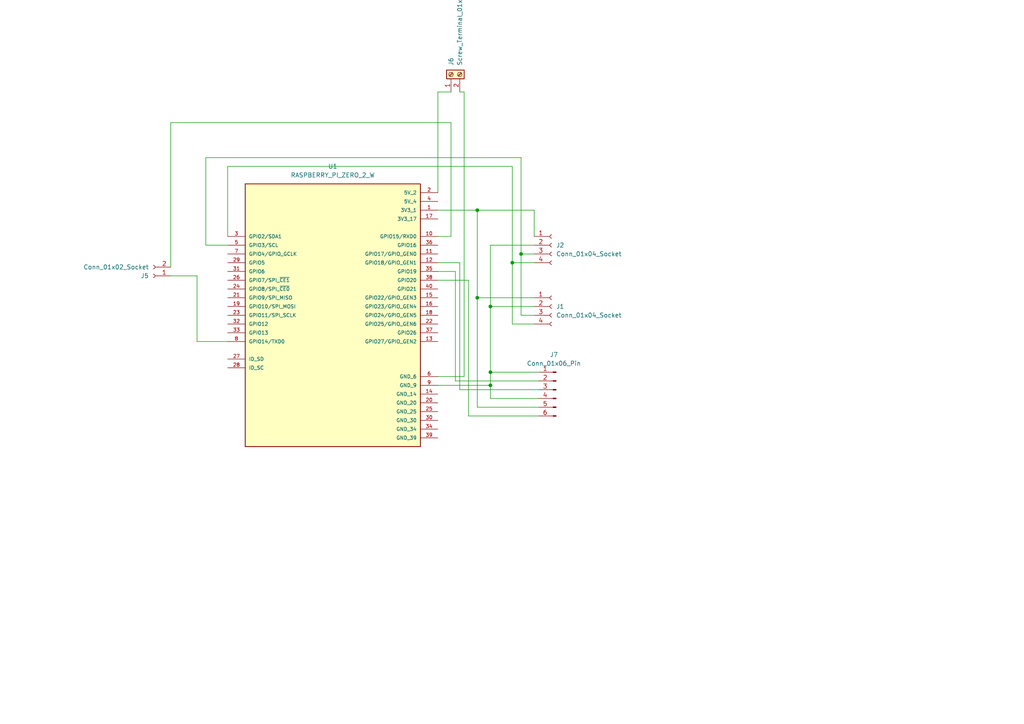
<source format=kicad_sch>
(kicad_sch
	(version 20250114)
	(generator "eeschema")
	(generator_version "9.0")
	(uuid "70a0ea25-c4c7-4ca3-a899-6625b607c0f3")
	(paper "A4")
	(lib_symbols
		(symbol "Connector:Conn_01x02_Socket"
			(pin_names
				(offset 1.016)
				(hide yes)
			)
			(exclude_from_sim no)
			(in_bom yes)
			(on_board yes)
			(property "Reference" "J"
				(at 0 2.54 0)
				(effects
					(font
						(size 1.27 1.27)
					)
				)
			)
			(property "Value" "Conn_01x02_Socket"
				(at 0 -5.08 0)
				(effects
					(font
						(size 1.27 1.27)
					)
				)
			)
			(property "Footprint" ""
				(at 0 0 0)
				(effects
					(font
						(size 1.27 1.27)
					)
					(hide yes)
				)
			)
			(property "Datasheet" "~"
				(at 0 0 0)
				(effects
					(font
						(size 1.27 1.27)
					)
					(hide yes)
				)
			)
			(property "Description" "Generic connector, single row, 01x02, script generated"
				(at 0 0 0)
				(effects
					(font
						(size 1.27 1.27)
					)
					(hide yes)
				)
			)
			(property "ki_locked" ""
				(at 0 0 0)
				(effects
					(font
						(size 1.27 1.27)
					)
				)
			)
			(property "ki_keywords" "connector"
				(at 0 0 0)
				(effects
					(font
						(size 1.27 1.27)
					)
					(hide yes)
				)
			)
			(property "ki_fp_filters" "Connector*:*_1x??_*"
				(at 0 0 0)
				(effects
					(font
						(size 1.27 1.27)
					)
					(hide yes)
				)
			)
			(symbol "Conn_01x02_Socket_1_1"
				(polyline
					(pts
						(xy -1.27 0) (xy -0.508 0)
					)
					(stroke
						(width 0.1524)
						(type default)
					)
					(fill
						(type none)
					)
				)
				(polyline
					(pts
						(xy -1.27 -2.54) (xy -0.508 -2.54)
					)
					(stroke
						(width 0.1524)
						(type default)
					)
					(fill
						(type none)
					)
				)
				(arc
					(start 0 -0.508)
					(mid -0.5058 0)
					(end 0 0.508)
					(stroke
						(width 0.1524)
						(type default)
					)
					(fill
						(type none)
					)
				)
				(arc
					(start 0 -3.048)
					(mid -0.5058 -2.54)
					(end 0 -2.032)
					(stroke
						(width 0.1524)
						(type default)
					)
					(fill
						(type none)
					)
				)
				(pin passive line
					(at -5.08 0 0)
					(length 3.81)
					(name "Pin_1"
						(effects
							(font
								(size 1.27 1.27)
							)
						)
					)
					(number "1"
						(effects
							(font
								(size 1.27 1.27)
							)
						)
					)
				)
				(pin passive line
					(at -5.08 -2.54 0)
					(length 3.81)
					(name "Pin_2"
						(effects
							(font
								(size 1.27 1.27)
							)
						)
					)
					(number "2"
						(effects
							(font
								(size 1.27 1.27)
							)
						)
					)
				)
			)
			(embedded_fonts no)
		)
		(symbol "Connector:Conn_01x04_Socket"
			(pin_names
				(offset 1.016)
				(hide yes)
			)
			(exclude_from_sim no)
			(in_bom yes)
			(on_board yes)
			(property "Reference" "J"
				(at 0 5.08 0)
				(effects
					(font
						(size 1.27 1.27)
					)
				)
			)
			(property "Value" "Conn_01x04_Socket"
				(at 0 -7.62 0)
				(effects
					(font
						(size 1.27 1.27)
					)
				)
			)
			(property "Footprint" ""
				(at 0 0 0)
				(effects
					(font
						(size 1.27 1.27)
					)
					(hide yes)
				)
			)
			(property "Datasheet" "~"
				(at 0 0 0)
				(effects
					(font
						(size 1.27 1.27)
					)
					(hide yes)
				)
			)
			(property "Description" "Generic connector, single row, 01x04, script generated"
				(at 0 0 0)
				(effects
					(font
						(size 1.27 1.27)
					)
					(hide yes)
				)
			)
			(property "ki_locked" ""
				(at 0 0 0)
				(effects
					(font
						(size 1.27 1.27)
					)
				)
			)
			(property "ki_keywords" "connector"
				(at 0 0 0)
				(effects
					(font
						(size 1.27 1.27)
					)
					(hide yes)
				)
			)
			(property "ki_fp_filters" "Connector*:*_1x??_*"
				(at 0 0 0)
				(effects
					(font
						(size 1.27 1.27)
					)
					(hide yes)
				)
			)
			(symbol "Conn_01x04_Socket_1_1"
				(polyline
					(pts
						(xy -1.27 2.54) (xy -0.508 2.54)
					)
					(stroke
						(width 0.1524)
						(type default)
					)
					(fill
						(type none)
					)
				)
				(polyline
					(pts
						(xy -1.27 0) (xy -0.508 0)
					)
					(stroke
						(width 0.1524)
						(type default)
					)
					(fill
						(type none)
					)
				)
				(polyline
					(pts
						(xy -1.27 -2.54) (xy -0.508 -2.54)
					)
					(stroke
						(width 0.1524)
						(type default)
					)
					(fill
						(type none)
					)
				)
				(polyline
					(pts
						(xy -1.27 -5.08) (xy -0.508 -5.08)
					)
					(stroke
						(width 0.1524)
						(type default)
					)
					(fill
						(type none)
					)
				)
				(arc
					(start 0 2.032)
					(mid -0.5058 2.54)
					(end 0 3.048)
					(stroke
						(width 0.1524)
						(type default)
					)
					(fill
						(type none)
					)
				)
				(arc
					(start 0 -0.508)
					(mid -0.5058 0)
					(end 0 0.508)
					(stroke
						(width 0.1524)
						(type default)
					)
					(fill
						(type none)
					)
				)
				(arc
					(start 0 -3.048)
					(mid -0.5058 -2.54)
					(end 0 -2.032)
					(stroke
						(width 0.1524)
						(type default)
					)
					(fill
						(type none)
					)
				)
				(arc
					(start 0 -5.588)
					(mid -0.5058 -5.08)
					(end 0 -4.572)
					(stroke
						(width 0.1524)
						(type default)
					)
					(fill
						(type none)
					)
				)
				(pin passive line
					(at -5.08 2.54 0)
					(length 3.81)
					(name "Pin_1"
						(effects
							(font
								(size 1.27 1.27)
							)
						)
					)
					(number "1"
						(effects
							(font
								(size 1.27 1.27)
							)
						)
					)
				)
				(pin passive line
					(at -5.08 0 0)
					(length 3.81)
					(name "Pin_2"
						(effects
							(font
								(size 1.27 1.27)
							)
						)
					)
					(number "2"
						(effects
							(font
								(size 1.27 1.27)
							)
						)
					)
				)
				(pin passive line
					(at -5.08 -2.54 0)
					(length 3.81)
					(name "Pin_3"
						(effects
							(font
								(size 1.27 1.27)
							)
						)
					)
					(number "3"
						(effects
							(font
								(size 1.27 1.27)
							)
						)
					)
				)
				(pin passive line
					(at -5.08 -5.08 0)
					(length 3.81)
					(name "Pin_4"
						(effects
							(font
								(size 1.27 1.27)
							)
						)
					)
					(number "4"
						(effects
							(font
								(size 1.27 1.27)
							)
						)
					)
				)
			)
			(embedded_fonts no)
		)
		(symbol "Connector:Conn_01x06_Pin"
			(pin_names
				(offset 1.016)
				(hide yes)
			)
			(exclude_from_sim no)
			(in_bom yes)
			(on_board yes)
			(property "Reference" "J"
				(at 0 7.62 0)
				(effects
					(font
						(size 1.27 1.27)
					)
				)
			)
			(property "Value" "Conn_01x06_Pin"
				(at 0 -10.16 0)
				(effects
					(font
						(size 1.27 1.27)
					)
				)
			)
			(property "Footprint" ""
				(at 0 0 0)
				(effects
					(font
						(size 1.27 1.27)
					)
					(hide yes)
				)
			)
			(property "Datasheet" "~"
				(at 0 0 0)
				(effects
					(font
						(size 1.27 1.27)
					)
					(hide yes)
				)
			)
			(property "Description" "Generic connector, single row, 01x06, script generated"
				(at 0 0 0)
				(effects
					(font
						(size 1.27 1.27)
					)
					(hide yes)
				)
			)
			(property "ki_locked" ""
				(at 0 0 0)
				(effects
					(font
						(size 1.27 1.27)
					)
				)
			)
			(property "ki_keywords" "connector"
				(at 0 0 0)
				(effects
					(font
						(size 1.27 1.27)
					)
					(hide yes)
				)
			)
			(property "ki_fp_filters" "Connector*:*_1x??_*"
				(at 0 0 0)
				(effects
					(font
						(size 1.27 1.27)
					)
					(hide yes)
				)
			)
			(symbol "Conn_01x06_Pin_1_1"
				(rectangle
					(start 0.8636 5.207)
					(end 0 4.953)
					(stroke
						(width 0.1524)
						(type default)
					)
					(fill
						(type outline)
					)
				)
				(rectangle
					(start 0.8636 2.667)
					(end 0 2.413)
					(stroke
						(width 0.1524)
						(type default)
					)
					(fill
						(type outline)
					)
				)
				(rectangle
					(start 0.8636 0.127)
					(end 0 -0.127)
					(stroke
						(width 0.1524)
						(type default)
					)
					(fill
						(type outline)
					)
				)
				(rectangle
					(start 0.8636 -2.413)
					(end 0 -2.667)
					(stroke
						(width 0.1524)
						(type default)
					)
					(fill
						(type outline)
					)
				)
				(rectangle
					(start 0.8636 -4.953)
					(end 0 -5.207)
					(stroke
						(width 0.1524)
						(type default)
					)
					(fill
						(type outline)
					)
				)
				(rectangle
					(start 0.8636 -7.493)
					(end 0 -7.747)
					(stroke
						(width 0.1524)
						(type default)
					)
					(fill
						(type outline)
					)
				)
				(polyline
					(pts
						(xy 1.27 5.08) (xy 0.8636 5.08)
					)
					(stroke
						(width 0.1524)
						(type default)
					)
					(fill
						(type none)
					)
				)
				(polyline
					(pts
						(xy 1.27 2.54) (xy 0.8636 2.54)
					)
					(stroke
						(width 0.1524)
						(type default)
					)
					(fill
						(type none)
					)
				)
				(polyline
					(pts
						(xy 1.27 0) (xy 0.8636 0)
					)
					(stroke
						(width 0.1524)
						(type default)
					)
					(fill
						(type none)
					)
				)
				(polyline
					(pts
						(xy 1.27 -2.54) (xy 0.8636 -2.54)
					)
					(stroke
						(width 0.1524)
						(type default)
					)
					(fill
						(type none)
					)
				)
				(polyline
					(pts
						(xy 1.27 -5.08) (xy 0.8636 -5.08)
					)
					(stroke
						(width 0.1524)
						(type default)
					)
					(fill
						(type none)
					)
				)
				(polyline
					(pts
						(xy 1.27 -7.62) (xy 0.8636 -7.62)
					)
					(stroke
						(width 0.1524)
						(type default)
					)
					(fill
						(type none)
					)
				)
				(pin passive line
					(at 5.08 5.08 180)
					(length 3.81)
					(name "Pin_1"
						(effects
							(font
								(size 1.27 1.27)
							)
						)
					)
					(number "1"
						(effects
							(font
								(size 1.27 1.27)
							)
						)
					)
				)
				(pin passive line
					(at 5.08 2.54 180)
					(length 3.81)
					(name "Pin_2"
						(effects
							(font
								(size 1.27 1.27)
							)
						)
					)
					(number "2"
						(effects
							(font
								(size 1.27 1.27)
							)
						)
					)
				)
				(pin passive line
					(at 5.08 0 180)
					(length 3.81)
					(name "Pin_3"
						(effects
							(font
								(size 1.27 1.27)
							)
						)
					)
					(number "3"
						(effects
							(font
								(size 1.27 1.27)
							)
						)
					)
				)
				(pin passive line
					(at 5.08 -2.54 180)
					(length 3.81)
					(name "Pin_4"
						(effects
							(font
								(size 1.27 1.27)
							)
						)
					)
					(number "4"
						(effects
							(font
								(size 1.27 1.27)
							)
						)
					)
				)
				(pin passive line
					(at 5.08 -5.08 180)
					(length 3.81)
					(name "Pin_5"
						(effects
							(font
								(size 1.27 1.27)
							)
						)
					)
					(number "5"
						(effects
							(font
								(size 1.27 1.27)
							)
						)
					)
				)
				(pin passive line
					(at 5.08 -7.62 180)
					(length 3.81)
					(name "Pin_6"
						(effects
							(font
								(size 1.27 1.27)
							)
						)
					)
					(number "6"
						(effects
							(font
								(size 1.27 1.27)
							)
						)
					)
				)
			)
			(embedded_fonts no)
		)
		(symbol "Connector:Screw_Terminal_01x02"
			(pin_names
				(offset 1.016)
				(hide yes)
			)
			(exclude_from_sim no)
			(in_bom yes)
			(on_board yes)
			(property "Reference" "J"
				(at 0 2.54 0)
				(effects
					(font
						(size 1.27 1.27)
					)
				)
			)
			(property "Value" "Screw_Terminal_01x02"
				(at 0 -5.08 0)
				(effects
					(font
						(size 1.27 1.27)
					)
				)
			)
			(property "Footprint" ""
				(at 0 0 0)
				(effects
					(font
						(size 1.27 1.27)
					)
					(hide yes)
				)
			)
			(property "Datasheet" "~"
				(at 0 0 0)
				(effects
					(font
						(size 1.27 1.27)
					)
					(hide yes)
				)
			)
			(property "Description" "Generic screw terminal, single row, 01x02, script generated (kicad-library-utils/schlib/autogen/connector/)"
				(at 0 0 0)
				(effects
					(font
						(size 1.27 1.27)
					)
					(hide yes)
				)
			)
			(property "ki_keywords" "screw terminal"
				(at 0 0 0)
				(effects
					(font
						(size 1.27 1.27)
					)
					(hide yes)
				)
			)
			(property "ki_fp_filters" "TerminalBlock*:*"
				(at 0 0 0)
				(effects
					(font
						(size 1.27 1.27)
					)
					(hide yes)
				)
			)
			(symbol "Screw_Terminal_01x02_1_1"
				(rectangle
					(start -1.27 1.27)
					(end 1.27 -3.81)
					(stroke
						(width 0.254)
						(type default)
					)
					(fill
						(type background)
					)
				)
				(polyline
					(pts
						(xy -0.5334 0.3302) (xy 0.3302 -0.508)
					)
					(stroke
						(width 0.1524)
						(type default)
					)
					(fill
						(type none)
					)
				)
				(polyline
					(pts
						(xy -0.5334 -2.2098) (xy 0.3302 -3.048)
					)
					(stroke
						(width 0.1524)
						(type default)
					)
					(fill
						(type none)
					)
				)
				(polyline
					(pts
						(xy -0.3556 0.508) (xy 0.508 -0.3302)
					)
					(stroke
						(width 0.1524)
						(type default)
					)
					(fill
						(type none)
					)
				)
				(polyline
					(pts
						(xy -0.3556 -2.032) (xy 0.508 -2.8702)
					)
					(stroke
						(width 0.1524)
						(type default)
					)
					(fill
						(type none)
					)
				)
				(circle
					(center 0 0)
					(radius 0.635)
					(stroke
						(width 0.1524)
						(type default)
					)
					(fill
						(type none)
					)
				)
				(circle
					(center 0 -2.54)
					(radius 0.635)
					(stroke
						(width 0.1524)
						(type default)
					)
					(fill
						(type none)
					)
				)
				(pin passive line
					(at -5.08 0 0)
					(length 3.81)
					(name "Pin_1"
						(effects
							(font
								(size 1.27 1.27)
							)
						)
					)
					(number "1"
						(effects
							(font
								(size 1.27 1.27)
							)
						)
					)
				)
				(pin passive line
					(at -5.08 -2.54 0)
					(length 3.81)
					(name "Pin_2"
						(effects
							(font
								(size 1.27 1.27)
							)
						)
					)
					(number "2"
						(effects
							(font
								(size 1.27 1.27)
							)
						)
					)
				)
			)
			(embedded_fonts no)
		)
		(symbol "RASPBERRY_PI_ZERO_2_W:RASPBERRY_PI_ZERO_2_W"
			(pin_names
				(offset 1.016)
			)
			(exclude_from_sim no)
			(in_bom yes)
			(on_board yes)
			(property "Reference" "U"
				(at -25.42 39.3962 0)
				(effects
					(font
						(size 1.27 1.27)
					)
					(justify left bottom)
				)
			)
			(property "Value" "RASPBERRY_PI_ZERO_2_W"
				(at -25.4191 -40.6687 0)
				(effects
					(font
						(size 1.27 1.27)
					)
					(justify left bottom)
				)
			)
			(property "Footprint" "RASPBERRY_PI_ZERO_2_W:MODULE_RASPBERRY_PI_ZERO_2_W"
				(at 0 0 0)
				(effects
					(font
						(size 1.27 1.27)
					)
					(justify bottom)
					(hide yes)
				)
			)
			(property "Datasheet" ""
				(at 0 0 0)
				(effects
					(font
						(size 1.27 1.27)
					)
					(hide yes)
				)
			)
			(property "Description" ""
				(at 0 0 0)
				(effects
					(font
						(size 1.27 1.27)
					)
					(hide yes)
				)
			)
			(property "MF" "Raspberry Pi"
				(at 0 0 0)
				(effects
					(font
						(size 1.27 1.27)
					)
					(justify bottom)
					(hide yes)
				)
			)
			(property "Description_1" "At the heart of Raspberry Pi Zero 2 W is RP3A0, a custom-built system-in-package designed by Raspberry Pi in the UK."
				(at 0 0 0)
				(effects
					(font
						(size 1.27 1.27)
					)
					(justify bottom)
					(hide yes)
				)
			)
			(property "Package" "None"
				(at 0 0 0)
				(effects
					(font
						(size 1.27 1.27)
					)
					(justify bottom)
					(hide yes)
				)
			)
			(property "Price" "None"
				(at 0 0 0)
				(effects
					(font
						(size 1.27 1.27)
					)
					(justify bottom)
					(hide yes)
				)
			)
			(property "Check_prices" "https://www.snapeda.com/parts/RASPBERRY%20PI%20ZERO%202%20W/Raspberry+Pi/view-part/?ref=eda"
				(at 0 0 0)
				(effects
					(font
						(size 1.27 1.27)
					)
					(justify bottom)
					(hide yes)
				)
			)
			(property "STANDARD" "Manufacturer Recommendations"
				(at 0 0 0)
				(effects
					(font
						(size 1.27 1.27)
					)
					(justify bottom)
					(hide yes)
				)
			)
			(property "PARTREV" "April 2024"
				(at 0 0 0)
				(effects
					(font
						(size 1.27 1.27)
					)
					(justify bottom)
					(hide yes)
				)
			)
			(property "SnapEDA_Link" "https://www.snapeda.com/parts/RASPBERRY%20PI%20ZERO%202%20W/Raspberry+Pi/view-part/?ref=snap"
				(at 0 0 0)
				(effects
					(font
						(size 1.27 1.27)
					)
					(justify bottom)
					(hide yes)
				)
			)
			(property "MP" "RASPBERRY PI ZERO 2 W"
				(at 0 0 0)
				(effects
					(font
						(size 1.27 1.27)
					)
					(justify bottom)
					(hide yes)
				)
			)
			(property "Availability" "In Stock"
				(at 0 0 0)
				(effects
					(font
						(size 1.27 1.27)
					)
					(justify bottom)
					(hide yes)
				)
			)
			(property "MANUFACTURER" "Raspberry Pi"
				(at 0 0 0)
				(effects
					(font
						(size 1.27 1.27)
					)
					(justify bottom)
					(hide yes)
				)
			)
			(symbol "RASPBERRY_PI_ZERO_2_W_0_0"
				(rectangle
					(start -25.4 -38.1)
					(end 25.4 38.1)
					(stroke
						(width 0.254)
						(type default)
					)
					(fill
						(type background)
					)
				)
				(pin bidirectional line
					(at -30.48 22.86 0)
					(length 5.08)
					(name "GPIO2/SDA1"
						(effects
							(font
								(size 1.016 1.016)
							)
						)
					)
					(number "3"
						(effects
							(font
								(size 1.016 1.016)
							)
						)
					)
				)
				(pin bidirectional line
					(at -30.48 20.32 0)
					(length 5.08)
					(name "GPIO3/SCL"
						(effects
							(font
								(size 1.016 1.016)
							)
						)
					)
					(number "5"
						(effects
							(font
								(size 1.016 1.016)
							)
						)
					)
				)
				(pin bidirectional line
					(at -30.48 17.78 0)
					(length 5.08)
					(name "GPIO4/GPIO_GCLK"
						(effects
							(font
								(size 1.016 1.016)
							)
						)
					)
					(number "7"
						(effects
							(font
								(size 1.016 1.016)
							)
						)
					)
				)
				(pin bidirectional line
					(at -30.48 15.24 0)
					(length 5.08)
					(name "GPIO5"
						(effects
							(font
								(size 1.016 1.016)
							)
						)
					)
					(number "29"
						(effects
							(font
								(size 1.016 1.016)
							)
						)
					)
				)
				(pin bidirectional line
					(at -30.48 12.7 0)
					(length 5.08)
					(name "GPIO6"
						(effects
							(font
								(size 1.016 1.016)
							)
						)
					)
					(number "31"
						(effects
							(font
								(size 1.016 1.016)
							)
						)
					)
				)
				(pin bidirectional line
					(at -30.48 10.16 0)
					(length 5.08)
					(name "GPIO7/SPI_~{CE1}"
						(effects
							(font
								(size 1.016 1.016)
							)
						)
					)
					(number "26"
						(effects
							(font
								(size 1.016 1.016)
							)
						)
					)
				)
				(pin bidirectional line
					(at -30.48 7.62 0)
					(length 5.08)
					(name "GPIO8/SPI_~{CE0}"
						(effects
							(font
								(size 1.016 1.016)
							)
						)
					)
					(number "24"
						(effects
							(font
								(size 1.016 1.016)
							)
						)
					)
				)
				(pin bidirectional line
					(at -30.48 5.08 0)
					(length 5.08)
					(name "GPIO9/SPI_MISO"
						(effects
							(font
								(size 1.016 1.016)
							)
						)
					)
					(number "21"
						(effects
							(font
								(size 1.016 1.016)
							)
						)
					)
				)
				(pin bidirectional line
					(at -30.48 2.54 0)
					(length 5.08)
					(name "GPIO10/SPI_MOSI"
						(effects
							(font
								(size 1.016 1.016)
							)
						)
					)
					(number "19"
						(effects
							(font
								(size 1.016 1.016)
							)
						)
					)
				)
				(pin bidirectional line
					(at -30.48 0 0)
					(length 5.08)
					(name "GPIO11/SPI_SCLK"
						(effects
							(font
								(size 1.016 1.016)
							)
						)
					)
					(number "23"
						(effects
							(font
								(size 1.016 1.016)
							)
						)
					)
				)
				(pin bidirectional line
					(at -30.48 -2.54 0)
					(length 5.08)
					(name "GPIO12"
						(effects
							(font
								(size 1.016 1.016)
							)
						)
					)
					(number "32"
						(effects
							(font
								(size 1.016 1.016)
							)
						)
					)
				)
				(pin bidirectional line
					(at -30.48 -5.08 0)
					(length 5.08)
					(name "GPIO13"
						(effects
							(font
								(size 1.016 1.016)
							)
						)
					)
					(number "33"
						(effects
							(font
								(size 1.016 1.016)
							)
						)
					)
				)
				(pin bidirectional line
					(at -30.48 -7.62 0)
					(length 5.08)
					(name "GPIO14/TXD0"
						(effects
							(font
								(size 1.016 1.016)
							)
						)
					)
					(number "8"
						(effects
							(font
								(size 1.016 1.016)
							)
						)
					)
				)
				(pin bidirectional line
					(at -30.48 -12.7 0)
					(length 5.08)
					(name "ID_SD"
						(effects
							(font
								(size 1.016 1.016)
							)
						)
					)
					(number "27"
						(effects
							(font
								(size 1.016 1.016)
							)
						)
					)
				)
				(pin bidirectional line
					(at -30.48 -15.24 0)
					(length 5.08)
					(name "ID_SC"
						(effects
							(font
								(size 1.016 1.016)
							)
						)
					)
					(number "28"
						(effects
							(font
								(size 1.016 1.016)
							)
						)
					)
				)
				(pin power_in line
					(at 30.48 35.56 180)
					(length 5.08)
					(name "5V_2"
						(effects
							(font
								(size 1.016 1.016)
							)
						)
					)
					(number "2"
						(effects
							(font
								(size 1.016 1.016)
							)
						)
					)
				)
				(pin power_in line
					(at 30.48 33.02 180)
					(length 5.08)
					(name "5V_4"
						(effects
							(font
								(size 1.016 1.016)
							)
						)
					)
					(number "4"
						(effects
							(font
								(size 1.016 1.016)
							)
						)
					)
				)
				(pin power_in line
					(at 30.48 30.48 180)
					(length 5.08)
					(name "3V3_1"
						(effects
							(font
								(size 1.016 1.016)
							)
						)
					)
					(number "1"
						(effects
							(font
								(size 1.016 1.016)
							)
						)
					)
				)
				(pin power_in line
					(at 30.48 27.94 180)
					(length 5.08)
					(name "3V3_17"
						(effects
							(font
								(size 1.016 1.016)
							)
						)
					)
					(number "17"
						(effects
							(font
								(size 1.016 1.016)
							)
						)
					)
				)
				(pin bidirectional line
					(at 30.48 22.86 180)
					(length 5.08)
					(name "GPIO15/RXD0"
						(effects
							(font
								(size 1.016 1.016)
							)
						)
					)
					(number "10"
						(effects
							(font
								(size 1.016 1.016)
							)
						)
					)
				)
				(pin bidirectional line
					(at 30.48 20.32 180)
					(length 5.08)
					(name "GPIO16"
						(effects
							(font
								(size 1.016 1.016)
							)
						)
					)
					(number "36"
						(effects
							(font
								(size 1.016 1.016)
							)
						)
					)
				)
				(pin bidirectional line
					(at 30.48 17.78 180)
					(length 5.08)
					(name "GPIO17/GPIO_GEN0"
						(effects
							(font
								(size 1.016 1.016)
							)
						)
					)
					(number "11"
						(effects
							(font
								(size 1.016 1.016)
							)
						)
					)
				)
				(pin bidirectional line
					(at 30.48 15.24 180)
					(length 5.08)
					(name "GPIO18/GPIO_GEN1"
						(effects
							(font
								(size 1.016 1.016)
							)
						)
					)
					(number "12"
						(effects
							(font
								(size 1.016 1.016)
							)
						)
					)
				)
				(pin bidirectional line
					(at 30.48 12.7 180)
					(length 5.08)
					(name "GPIO19"
						(effects
							(font
								(size 1.016 1.016)
							)
						)
					)
					(number "35"
						(effects
							(font
								(size 1.016 1.016)
							)
						)
					)
				)
				(pin bidirectional line
					(at 30.48 10.16 180)
					(length 5.08)
					(name "GPIO20"
						(effects
							(font
								(size 1.016 1.016)
							)
						)
					)
					(number "38"
						(effects
							(font
								(size 1.016 1.016)
							)
						)
					)
				)
				(pin bidirectional line
					(at 30.48 7.62 180)
					(length 5.08)
					(name "GPIO21"
						(effects
							(font
								(size 1.016 1.016)
							)
						)
					)
					(number "40"
						(effects
							(font
								(size 1.016 1.016)
							)
						)
					)
				)
				(pin bidirectional line
					(at 30.48 5.08 180)
					(length 5.08)
					(name "GPIO22/GPIO_GEN3"
						(effects
							(font
								(size 1.016 1.016)
							)
						)
					)
					(number "15"
						(effects
							(font
								(size 1.016 1.016)
							)
						)
					)
				)
				(pin bidirectional line
					(at 30.48 2.54 180)
					(length 5.08)
					(name "GPIO23/GPIO_GEN4"
						(effects
							(font
								(size 1.016 1.016)
							)
						)
					)
					(number "16"
						(effects
							(font
								(size 1.016 1.016)
							)
						)
					)
				)
				(pin bidirectional line
					(at 30.48 0 180)
					(length 5.08)
					(name "GPIO24/GPIO_GEN5"
						(effects
							(font
								(size 1.016 1.016)
							)
						)
					)
					(number "18"
						(effects
							(font
								(size 1.016 1.016)
							)
						)
					)
				)
				(pin bidirectional line
					(at 30.48 -2.54 180)
					(length 5.08)
					(name "GPIO25/GPIO_GEN6"
						(effects
							(font
								(size 1.016 1.016)
							)
						)
					)
					(number "22"
						(effects
							(font
								(size 1.016 1.016)
							)
						)
					)
				)
				(pin bidirectional line
					(at 30.48 -5.08 180)
					(length 5.08)
					(name "GPIO26"
						(effects
							(font
								(size 1.016 1.016)
							)
						)
					)
					(number "37"
						(effects
							(font
								(size 1.016 1.016)
							)
						)
					)
				)
				(pin bidirectional line
					(at 30.48 -7.62 180)
					(length 5.08)
					(name "GPIO27/GPIO_GEN2"
						(effects
							(font
								(size 1.016 1.016)
							)
						)
					)
					(number "13"
						(effects
							(font
								(size 1.016 1.016)
							)
						)
					)
				)
				(pin power_in line
					(at 30.48 -17.78 180)
					(length 5.08)
					(name "GND_6"
						(effects
							(font
								(size 1.016 1.016)
							)
						)
					)
					(number "6"
						(effects
							(font
								(size 1.016 1.016)
							)
						)
					)
				)
				(pin power_in line
					(at 30.48 -20.32 180)
					(length 5.08)
					(name "GND_9"
						(effects
							(font
								(size 1.016 1.016)
							)
						)
					)
					(number "9"
						(effects
							(font
								(size 1.016 1.016)
							)
						)
					)
				)
				(pin power_in line
					(at 30.48 -22.86 180)
					(length 5.08)
					(name "GND_14"
						(effects
							(font
								(size 1.016 1.016)
							)
						)
					)
					(number "14"
						(effects
							(font
								(size 1.016 1.016)
							)
						)
					)
				)
				(pin power_in line
					(at 30.48 -25.4 180)
					(length 5.08)
					(name "GND_20"
						(effects
							(font
								(size 1.016 1.016)
							)
						)
					)
					(number "20"
						(effects
							(font
								(size 1.016 1.016)
							)
						)
					)
				)
				(pin power_in line
					(at 30.48 -27.94 180)
					(length 5.08)
					(name "GND_25"
						(effects
							(font
								(size 1.016 1.016)
							)
						)
					)
					(number "25"
						(effects
							(font
								(size 1.016 1.016)
							)
						)
					)
				)
				(pin power_in line
					(at 30.48 -30.48 180)
					(length 5.08)
					(name "GND_30"
						(effects
							(font
								(size 1.016 1.016)
							)
						)
					)
					(number "30"
						(effects
							(font
								(size 1.016 1.016)
							)
						)
					)
				)
				(pin power_in line
					(at 30.48 -33.02 180)
					(length 5.08)
					(name "GND_34"
						(effects
							(font
								(size 1.016 1.016)
							)
						)
					)
					(number "34"
						(effects
							(font
								(size 1.016 1.016)
							)
						)
					)
				)
				(pin power_in line
					(at 30.48 -35.56 180)
					(length 5.08)
					(name "GND_39"
						(effects
							(font
								(size 1.016 1.016)
							)
						)
					)
					(number "39"
						(effects
							(font
								(size 1.016 1.016)
							)
						)
					)
				)
			)
			(embedded_fonts no)
		)
	)
	(junction
		(at 151.13 73.66)
		(diameter 0)
		(color 0 0 0 0)
		(uuid "164774c8-754e-4d77-85c8-c5cf9ae5f8d2")
	)
	(junction
		(at 138.43 86.36)
		(diameter 0)
		(color 0 0 0 0)
		(uuid "28b5eda9-a8f3-4605-a730-4f144a0ed853")
	)
	(junction
		(at 142.24 111.76)
		(diameter 0)
		(color 0 0 0 0)
		(uuid "29777200-6a85-44d8-9b6d-26a400ade164")
	)
	(junction
		(at 138.43 60.96)
		(diameter 0)
		(color 0 0 0 0)
		(uuid "729a9067-dcac-4a84-afd1-7884af32836f")
	)
	(junction
		(at 142.24 107.95)
		(diameter 0)
		(color 0 0 0 0)
		(uuid "75ab7fc2-4a61-4432-b853-bbc519a68a42")
	)
	(junction
		(at 148.59 76.2)
		(diameter 0)
		(color 0 0 0 0)
		(uuid "7c0b8ff8-ef6e-47a9-9b06-eb221df71015")
	)
	(junction
		(at 142.24 88.9)
		(diameter 0)
		(color 0 0 0 0)
		(uuid "9be55b46-62bb-4736-ad32-09c8dc056ac2")
	)
	(wire
		(pts
			(xy 134.62 26.67) (xy 134.62 109.22)
		)
		(stroke
			(width 0)
			(type default)
		)
		(uuid "01ca363d-619d-4858-8e9a-1032e7788941")
	)
	(wire
		(pts
			(xy 130.81 26.67) (xy 127 26.67)
		)
		(stroke
			(width 0)
			(type default)
		)
		(uuid "033b4238-4d70-45bb-b905-e8617bce26dd")
	)
	(wire
		(pts
			(xy 127 26.67) (xy 127 55.88)
		)
		(stroke
			(width 0)
			(type default)
		)
		(uuid "0484ad9b-b09d-43b3-9982-458955d34300")
	)
	(wire
		(pts
			(xy 66.04 68.58) (xy 66.04 48.26)
		)
		(stroke
			(width 0)
			(type default)
		)
		(uuid "0a86cd7c-ebe4-4ffd-a692-0289f2bb0ac1")
	)
	(wire
		(pts
			(xy 138.43 86.36) (xy 138.43 60.96)
		)
		(stroke
			(width 0)
			(type default)
		)
		(uuid "0aad4942-ed04-4b18-8940-3d286836abb9")
	)
	(wire
		(pts
			(xy 148.59 76.2) (xy 154.94 76.2)
		)
		(stroke
			(width 0)
			(type default)
		)
		(uuid "0f4679fb-d92d-49d2-a408-7a41be57c257")
	)
	(wire
		(pts
			(xy 154.94 93.98) (xy 148.59 93.98)
		)
		(stroke
			(width 0)
			(type default)
		)
		(uuid "0f4e64c1-e24e-43b0-97f6-88b5a885d000")
	)
	(wire
		(pts
			(xy 154.94 60.96) (xy 154.94 68.58)
		)
		(stroke
			(width 0)
			(type default)
		)
		(uuid "1d298611-4153-4483-a58d-3ae800992f68")
	)
	(wire
		(pts
			(xy 148.59 48.26) (xy 148.59 76.2)
		)
		(stroke
			(width 0)
			(type default)
		)
		(uuid "20409a11-086f-4832-8169-b95536716521")
	)
	(wire
		(pts
			(xy 142.24 71.12) (xy 154.94 71.12)
		)
		(stroke
			(width 0)
			(type default)
		)
		(uuid "24217f82-e3dc-41ab-a1a4-05fea2b5bd19")
	)
	(wire
		(pts
			(xy 156.21 115.57) (xy 142.24 115.57)
		)
		(stroke
			(width 0)
			(type default)
		)
		(uuid "2663ff45-42ac-49fa-b943-a8f69796047c")
	)
	(wire
		(pts
			(xy 57.15 99.06) (xy 66.04 99.06)
		)
		(stroke
			(width 0)
			(type default)
		)
		(uuid "3b55ea1c-1e58-4600-99d6-668de2bdb646")
	)
	(wire
		(pts
			(xy 156.21 110.49) (xy 132.08 110.49)
		)
		(stroke
			(width 0)
			(type default)
		)
		(uuid "3df05607-e50b-446c-808c-eb28f03a46c1")
	)
	(wire
		(pts
			(xy 134.62 109.22) (xy 127 109.22)
		)
		(stroke
			(width 0)
			(type default)
		)
		(uuid "4774223f-1b6f-45c9-b5f1-290331bafc9a")
	)
	(wire
		(pts
			(xy 142.24 107.95) (xy 142.24 111.76)
		)
		(stroke
			(width 0)
			(type default)
		)
		(uuid "48410c3d-89c6-41ae-b38b-67a0eaeb85e0")
	)
	(wire
		(pts
			(xy 142.24 88.9) (xy 142.24 71.12)
		)
		(stroke
			(width 0)
			(type default)
		)
		(uuid "4dca4c90-1ac2-4794-89a6-19f31d691cf3")
	)
	(wire
		(pts
			(xy 142.24 107.95) (xy 156.21 107.95)
		)
		(stroke
			(width 0)
			(type default)
		)
		(uuid "53b758e6-3fab-4684-a9e3-d77d5406fe6b")
	)
	(wire
		(pts
			(xy 151.13 91.44) (xy 151.13 73.66)
		)
		(stroke
			(width 0)
			(type default)
		)
		(uuid "5ceb0e0b-3d6b-4355-bf74-95c37195fc84")
	)
	(wire
		(pts
			(xy 151.13 73.66) (xy 154.94 73.66)
		)
		(stroke
			(width 0)
			(type default)
		)
		(uuid "5cfdb235-eeb5-4ff5-8efd-2dd9becca02c")
	)
	(wire
		(pts
			(xy 57.15 80.01) (xy 57.15 99.06)
		)
		(stroke
			(width 0)
			(type default)
		)
		(uuid "5fe0f31a-08b0-4b41-bc1a-4818b4bb6ce7")
	)
	(wire
		(pts
			(xy 142.24 111.76) (xy 142.24 115.57)
		)
		(stroke
			(width 0)
			(type default)
		)
		(uuid "600003b5-f8bd-4003-aa0d-0c76d1151b1e")
	)
	(wire
		(pts
			(xy 156.21 113.03) (xy 133.35 113.03)
		)
		(stroke
			(width 0)
			(type default)
		)
		(uuid "68b0dd5b-5769-4e5f-a757-b9eb4d069ecc")
	)
	(wire
		(pts
			(xy 49.53 80.01) (xy 57.15 80.01)
		)
		(stroke
			(width 0)
			(type default)
		)
		(uuid "6966e927-2de6-4b72-bc9f-ec4302c90d5a")
	)
	(wire
		(pts
			(xy 142.24 107.95) (xy 142.24 88.9)
		)
		(stroke
			(width 0)
			(type default)
		)
		(uuid "6a3e5aa6-567f-4cd9-97e3-1d926aa3f21a")
	)
	(wire
		(pts
			(xy 138.43 118.11) (xy 138.43 86.36)
		)
		(stroke
			(width 0)
			(type default)
		)
		(uuid "7008c328-e257-4e59-805b-8e45e2fdf561")
	)
	(wire
		(pts
			(xy 154.94 91.44) (xy 151.13 91.44)
		)
		(stroke
			(width 0)
			(type default)
		)
		(uuid "7014edf7-3e4b-4829-9673-e7df79523b02")
	)
	(wire
		(pts
			(xy 66.04 71.12) (xy 59.69 71.12)
		)
		(stroke
			(width 0)
			(type default)
		)
		(uuid "76b0a8d7-40c0-40c0-b274-851791167326")
	)
	(wire
		(pts
			(xy 127 76.2) (xy 133.35 76.2)
		)
		(stroke
			(width 0)
			(type default)
		)
		(uuid "8feeeffd-e5fb-4b88-ab25-0c6deded934d")
	)
	(wire
		(pts
			(xy 130.81 35.56) (xy 49.53 35.56)
		)
		(stroke
			(width 0)
			(type default)
		)
		(uuid "9726d510-e5fe-403b-9364-1121b7405341")
	)
	(wire
		(pts
			(xy 130.81 68.58) (xy 130.81 35.56)
		)
		(stroke
			(width 0)
			(type default)
		)
		(uuid "a5541362-b010-4e8b-8831-2ea413b326b1")
	)
	(wire
		(pts
			(xy 133.35 113.03) (xy 133.35 76.2)
		)
		(stroke
			(width 0)
			(type default)
		)
		(uuid "a6b3ac54-08b3-4784-a649-dc6cd47a51e4")
	)
	(wire
		(pts
			(xy 132.08 78.74) (xy 127 78.74)
		)
		(stroke
			(width 0)
			(type default)
		)
		(uuid "ae9ce25f-cdd3-4137-8c99-a6e1c6e41e92")
	)
	(wire
		(pts
			(xy 142.24 88.9) (xy 154.94 88.9)
		)
		(stroke
			(width 0)
			(type default)
		)
		(uuid "b33d298b-2f32-42c8-bc4f-5a1f5dafe521")
	)
	(wire
		(pts
			(xy 135.89 120.65) (xy 135.89 81.28)
		)
		(stroke
			(width 0)
			(type default)
		)
		(uuid "b3997bc6-78b5-4ff7-a63d-a30bd94b9a29")
	)
	(wire
		(pts
			(xy 148.59 93.98) (xy 148.59 76.2)
		)
		(stroke
			(width 0)
			(type default)
		)
		(uuid "bf6684bb-3144-4c25-a880-ed3d39409693")
	)
	(wire
		(pts
			(xy 133.35 26.67) (xy 134.62 26.67)
		)
		(stroke
			(width 0)
			(type default)
		)
		(uuid "c1f32639-aba1-46ca-bcf5-6e399ae3687b")
	)
	(wire
		(pts
			(xy 66.04 48.26) (xy 148.59 48.26)
		)
		(stroke
			(width 0)
			(type default)
		)
		(uuid "ca0a0895-4004-4f9b-a5ba-d2c31ab1bc39")
	)
	(wire
		(pts
			(xy 127 111.76) (xy 142.24 111.76)
		)
		(stroke
			(width 0)
			(type default)
		)
		(uuid "d13e776c-4b82-47b8-b460-cc694d5e4faf")
	)
	(wire
		(pts
			(xy 132.08 78.74) (xy 132.08 110.49)
		)
		(stroke
			(width 0)
			(type default)
		)
		(uuid "d3da730c-a49f-4893-9646-e993b4111dd5")
	)
	(wire
		(pts
			(xy 127 60.96) (xy 138.43 60.96)
		)
		(stroke
			(width 0)
			(type default)
		)
		(uuid "dc7988d8-2b66-4d9f-b741-ae0173c0cb5b")
	)
	(wire
		(pts
			(xy 151.13 45.72) (xy 151.13 73.66)
		)
		(stroke
			(width 0)
			(type default)
		)
		(uuid "eae964a1-0edb-4212-8e38-0b56b634d82d")
	)
	(wire
		(pts
			(xy 154.94 86.36) (xy 138.43 86.36)
		)
		(stroke
			(width 0)
			(type default)
		)
		(uuid "eb1adf48-bfbe-4344-b1b6-a9578c7f89bf")
	)
	(wire
		(pts
			(xy 156.21 120.65) (xy 135.89 120.65)
		)
		(stroke
			(width 0)
			(type default)
		)
		(uuid "ee80d125-1759-4899-b4f8-487a6f5ce5f7")
	)
	(wire
		(pts
			(xy 127 81.28) (xy 135.89 81.28)
		)
		(stroke
			(width 0)
			(type default)
		)
		(uuid "f01ec01c-28ec-4acb-bff0-bf2c227a8106")
	)
	(wire
		(pts
			(xy 59.69 71.12) (xy 59.69 45.72)
		)
		(stroke
			(width 0)
			(type default)
		)
		(uuid "f3eaa039-4b57-44ee-ab7a-4873421a33e6")
	)
	(wire
		(pts
			(xy 59.69 45.72) (xy 151.13 45.72)
		)
		(stroke
			(width 0)
			(type default)
		)
		(uuid "f46a5043-9c44-4c0f-b1fe-9b96a76b4b9a")
	)
	(wire
		(pts
			(xy 156.21 118.11) (xy 138.43 118.11)
		)
		(stroke
			(width 0)
			(type default)
		)
		(uuid "f6fd9bbf-9a28-49b2-b0a9-e0f996b9685a")
	)
	(wire
		(pts
			(xy 49.53 35.56) (xy 49.53 77.47)
		)
		(stroke
			(width 0)
			(type default)
		)
		(uuid "faa91657-2bc2-45f7-83e0-794e9a18eaf5")
	)
	(wire
		(pts
			(xy 138.43 60.96) (xy 154.94 60.96)
		)
		(stroke
			(width 0)
			(type default)
		)
		(uuid "fc1f12a3-108b-4efd-9bfe-19f1d4834a04")
	)
	(wire
		(pts
			(xy 127 68.58) (xy 130.81 68.58)
		)
		(stroke
			(width 0)
			(type default)
		)
		(uuid "fe1973e0-c968-4b05-bfec-bb29b5f146b5")
	)
	(symbol
		(lib_id "RASPBERRY_PI_ZERO_2_W:RASPBERRY_PI_ZERO_2_W")
		(at 96.52 91.44 0)
		(unit 1)
		(exclude_from_sim no)
		(in_bom yes)
		(on_board yes)
		(dnp no)
		(fields_autoplaced yes)
		(uuid "47bfc3b1-5676-40e9-aeb1-7b819bd92854")
		(property "Reference" "U1"
			(at 96.52 48.26 0)
			(effects
				(font
					(size 1.27 1.27)
				)
			)
		)
		(property "Value" "RASPBERRY_PI_ZERO_2_W"
			(at 96.52 50.8 0)
			(effects
				(font
					(size 1.27 1.27)
				)
			)
		)
		(property "Footprint" "RASPBERRY_PI_ZERO_2_W:MODULE_RASPBERRY_PI_ZERO_2_W"
			(at 96.52 91.44 0)
			(effects
				(font
					(size 1.27 1.27)
				)
				(justify bottom)
				(hide yes)
			)
		)
		(property "Datasheet" ""
			(at 96.52 91.44 0)
			(effects
				(font
					(size 1.27 1.27)
				)
				(hide yes)
			)
		)
		(property "Description" ""
			(at 96.52 91.44 0)
			(effects
				(font
					(size 1.27 1.27)
				)
				(hide yes)
			)
		)
		(property "MF" "Raspberry Pi"
			(at 96.52 91.44 0)
			(effects
				(font
					(size 1.27 1.27)
				)
				(justify bottom)
				(hide yes)
			)
		)
		(property "Description_1" "At the heart of Raspberry Pi Zero 2 W is RP3A0, a custom-built system-in-package designed by Raspberry Pi in the UK."
			(at 96.52 91.44 0)
			(effects
				(font
					(size 1.27 1.27)
				)
				(justify bottom)
				(hide yes)
			)
		)
		(property "Package" "None"
			(at 96.52 91.44 0)
			(effects
				(font
					(size 1.27 1.27)
				)
				(justify bottom)
				(hide yes)
			)
		)
		(property "Price" "None"
			(at 96.52 91.44 0)
			(effects
				(font
					(size 1.27 1.27)
				)
				(justify bottom)
				(hide yes)
			)
		)
		(property "Check_prices" "https://www.snapeda.com/parts/RASPBERRY%20PI%20ZERO%202%20W/Raspberry+Pi/view-part/?ref=eda"
			(at 96.52 91.44 0)
			(effects
				(font
					(size 1.27 1.27)
				)
				(justify bottom)
				(hide yes)
			)
		)
		(property "STANDARD" "Manufacturer Recommendations"
			(at 96.52 91.44 0)
			(effects
				(font
					(size 1.27 1.27)
				)
				(justify bottom)
				(hide yes)
			)
		)
		(property "PARTREV" "April 2024"
			(at 96.52 91.44 0)
			(effects
				(font
					(size 1.27 1.27)
				)
				(justify bottom)
				(hide yes)
			)
		)
		(property "SnapEDA_Link" "https://www.snapeda.com/parts/RASPBERRY%20PI%20ZERO%202%20W/Raspberry+Pi/view-part/?ref=snap"
			(at 96.52 91.44 0)
			(effects
				(font
					(size 1.27 1.27)
				)
				(justify bottom)
				(hide yes)
			)
		)
		(property "MP" "RASPBERRY PI ZERO 2 W"
			(at 96.52 91.44 0)
			(effects
				(font
					(size 1.27 1.27)
				)
				(justify bottom)
				(hide yes)
			)
		)
		(property "Availability" "In Stock"
			(at 96.52 91.44 0)
			(effects
				(font
					(size 1.27 1.27)
				)
				(justify bottom)
				(hide yes)
			)
		)
		(property "MANUFACTURER" "Raspberry Pi"
			(at 96.52 91.44 0)
			(effects
				(font
					(size 1.27 1.27)
				)
				(justify bottom)
				(hide yes)
			)
		)
		(pin "31"
			(uuid "bc7c3b3d-9a7e-434f-9070-1e5f1a466b68")
		)
		(pin "23"
			(uuid "7211350d-ef4f-4dd2-887f-d83203237c3b")
		)
		(pin "11"
			(uuid "2b41864d-80f6-4e8f-84a9-a573148a0d5b")
		)
		(pin "3"
			(uuid "75d8bd1f-bee9-4c03-b0a1-0e67b1b300f9")
		)
		(pin "6"
			(uuid "e1999d50-092e-4ea5-8234-19a65c665a0e")
		)
		(pin "40"
			(uuid "b323bf2e-91cf-443e-bf4d-02291e1c4230")
		)
		(pin "7"
			(uuid "7b52b55e-078d-4998-8b6d-68a276ace4a5")
		)
		(pin "32"
			(uuid "415fbebe-0f74-4c00-8d5b-c8e95a051afb")
		)
		(pin "26"
			(uuid "4900c6ae-36e1-44da-8625-bb4466933559")
		)
		(pin "27"
			(uuid "f945a2aa-6415-41e2-b50c-b97f90322d9a")
		)
		(pin "14"
			(uuid "341a18e3-ac20-4369-8a48-bcd6eef93325")
		)
		(pin "20"
			(uuid "2a33283a-a6bc-457e-98f0-d1c8bbde5ec9")
		)
		(pin "5"
			(uuid "4cf23b3e-85ac-4eb0-a170-3dbfe1cd3228")
		)
		(pin "1"
			(uuid "d8420f2d-b00d-4d05-9e49-8158ad8faeb6")
		)
		(pin "4"
			(uuid "8c5d53df-aec3-46e4-ab8d-68db232fc604")
		)
		(pin "30"
			(uuid "f7d0dee4-aa7c-427f-a873-35f54c691084")
		)
		(pin "34"
			(uuid "790413af-900f-495a-aec8-0a5025865a3a")
		)
		(pin "10"
			(uuid "46fd36c8-9406-422d-ac37-ad75eb7b2636")
		)
		(pin "12"
			(uuid "f79ca3ed-db69-418d-b580-927ea2a9e1f4")
		)
		(pin "17"
			(uuid "63dd5977-b318-43cc-873e-05a3a105ea27")
		)
		(pin "36"
			(uuid "0d6efe27-7b6e-408c-a045-95bde0e110af")
		)
		(pin "25"
			(uuid "bafec4c6-266d-49c0-8615-7e2607f0e551")
		)
		(pin "21"
			(uuid "42ed5c41-97e4-4c82-bfb0-9aabb6f6417f")
		)
		(pin "33"
			(uuid "a42b4dea-ee64-4920-a9a9-de7c4a5d5e15")
		)
		(pin "38"
			(uuid "78bb0b3d-ae02-42b8-a1d1-9754519a382d")
		)
		(pin "24"
			(uuid "ce3780a4-2fcb-463a-8f08-1ab7d29963bb")
		)
		(pin "37"
			(uuid "9cfb31d5-4f76-4c78-9ef6-4dfb539d05a1")
		)
		(pin "16"
			(uuid "cb080602-3406-40b5-a403-d291a96b8cb3")
		)
		(pin "29"
			(uuid "2001846d-1454-4936-b72b-5456c2044322")
		)
		(pin "35"
			(uuid "80a5c59d-5629-4539-bb78-fd4d318498d3")
		)
		(pin "8"
			(uuid "bef99e00-994a-4365-877d-77a91c15884d")
		)
		(pin "19"
			(uuid "22d183bc-df99-4a4d-a211-8cb09b3e2084")
		)
		(pin "2"
			(uuid "de01dfbc-fb1d-4c80-ad2e-cf479a0ec7c9")
		)
		(pin "15"
			(uuid "0ccc9d3b-d861-4546-ae62-7d5ed3d2a7a1")
		)
		(pin "22"
			(uuid "449af380-9a84-43a3-b11a-05b30b24da2d")
		)
		(pin "18"
			(uuid "72e18f5b-1a93-400a-a8b1-8bd9b0b5bf16")
		)
		(pin "13"
			(uuid "603cffe9-2ee8-4486-b1ab-a862d6d2320e")
		)
		(pin "9"
			(uuid "9a9c2145-02c7-4cb3-b8dc-4957e3c32f7c")
		)
		(pin "28"
			(uuid "2555c1b2-e9b6-4328-923a-0616daed1856")
		)
		(pin "39"
			(uuid "35cbb8a1-c544-486d-81e2-089927ad1c8b")
		)
		(instances
			(project ""
				(path "/70a0ea25-c4c7-4ca3-a899-6625b607c0f3"
					(reference "U1")
					(unit 1)
				)
			)
		)
	)
	(symbol
		(lib_id "Connector:Conn_01x06_Pin")
		(at 161.29 113.03 0)
		(mirror y)
		(unit 1)
		(exclude_from_sim no)
		(in_bom yes)
		(on_board yes)
		(dnp no)
		(uuid "63af1e88-2f56-4381-93cf-23b4ebb94acb")
		(property "Reference" "J7"
			(at 160.655 102.87 0)
			(effects
				(font
					(size 1.27 1.27)
				)
			)
		)
		(property "Value" "Conn_01x06_Pin"
			(at 160.655 105.41 0)
			(effects
				(font
					(size 1.27 1.27)
				)
			)
		)
		(property "Footprint" "pins:through hole 3-3"
			(at 161.29 113.03 0)
			(effects
				(font
					(size 1.27 1.27)
				)
				(hide yes)
			)
		)
		(property "Datasheet" "~"
			(at 161.29 113.03 0)
			(effects
				(font
					(size 1.27 1.27)
				)
				(hide yes)
			)
		)
		(property "Description" "Generic connector, single row, 01x06, script generated"
			(at 161.29 113.03 0)
			(effects
				(font
					(size 1.27 1.27)
				)
				(hide yes)
			)
		)
		(pin "1"
			(uuid "d1ef2418-463b-419c-93f3-1fd343929cad")
		)
		(pin "6"
			(uuid "cda88a9b-cc9b-4c52-805e-b52e3e6bd7d9")
		)
		(pin "4"
			(uuid "86f1cc83-37aa-46bc-9c67-1e998fb042ad")
		)
		(pin "5"
			(uuid "7f472e7e-14e4-45d8-9484-1089b01c1aae")
		)
		(pin "2"
			(uuid "be0c388b-973b-471c-babf-6d4fb103deb2")
		)
		(pin "3"
			(uuid "40931704-afca-420a-9eed-bcfc96502582")
		)
		(instances
			(project ""
				(path "/70a0ea25-c4c7-4ca3-a899-6625b607c0f3"
					(reference "J7")
					(unit 1)
				)
			)
		)
	)
	(symbol
		(lib_id "Connector:Screw_Terminal_01x02")
		(at 130.81 21.59 90)
		(unit 1)
		(exclude_from_sim no)
		(in_bom yes)
		(on_board yes)
		(dnp no)
		(uuid "8dfa93bb-cfb4-49e8-bd38-6c0a5106b905")
		(property "Reference" "J6"
			(at 130.8099 19.05 0)
			(effects
				(font
					(size 1.27 1.27)
				)
				(justify left)
			)
		)
		(property "Value" "Screw_Terminal_01x02"
			(at 133.3499 19.05 0)
			(effects
				(font
					(size 1.27 1.27)
				)
				(justify left)
			)
		)
		(property "Footprint" "TerminalBlock:TerminalBlock_Altech_AK300-2_P5.00mm"
			(at 130.81 21.59 0)
			(effects
				(font
					(size 1.27 1.27)
				)
				(hide yes)
			)
		)
		(property "Datasheet" "~"
			(at 130.81 21.59 0)
			(effects
				(font
					(size 1.27 1.27)
				)
				(hide yes)
			)
		)
		(property "Description" "Generic screw terminal, single row, 01x02, script generated (kicad-library-utils/schlib/autogen/connector/)"
			(at 130.81 21.59 0)
			(effects
				(font
					(size 1.27 1.27)
				)
				(hide yes)
			)
		)
		(pin "2"
			(uuid "795fcffe-b574-4815-9b9c-5e7e2c5e695c")
		)
		(pin "1"
			(uuid "b7231ed4-fca3-4cdf-9d3b-5fe1c50f7e37")
		)
		(instances
			(project ""
				(path "/70a0ea25-c4c7-4ca3-a899-6625b607c0f3"
					(reference "J6")
					(unit 1)
				)
			)
		)
	)
	(symbol
		(lib_id "Connector:Conn_01x04_Socket")
		(at 160.02 71.12 0)
		(unit 1)
		(exclude_from_sim no)
		(in_bom yes)
		(on_board yes)
		(dnp no)
		(fields_autoplaced yes)
		(uuid "cb954104-3b69-4be5-9bb9-2d915e32f8f5")
		(property "Reference" "J2"
			(at 161.29 71.1199 0)
			(effects
				(font
					(size 1.27 1.27)
				)
				(justify left)
			)
		)
		(property "Value" "Conn_01x04_Socket"
			(at 161.29 73.6599 0)
			(effects
				(font
					(size 1.27 1.27)
				)
				(justify left)
			)
		)
		(property "Footprint" "Connector:NS-Tech_Grove_1x04_P2mm_Vertical"
			(at 160.02 71.12 0)
			(effects
				(font
					(size 1.27 1.27)
				)
				(hide yes)
			)
		)
		(property "Datasheet" "~"
			(at 160.02 71.12 0)
			(effects
				(font
					(size 1.27 1.27)
				)
				(hide yes)
			)
		)
		(property "Description" "Generic connector, single row, 01x04, script generated"
			(at 160.02 71.12 0)
			(effects
				(font
					(size 1.27 1.27)
				)
				(hide yes)
			)
		)
		(pin "1"
			(uuid "60725266-ea0f-4b3e-af19-a6967fa2870b")
		)
		(pin "3"
			(uuid "c450517d-4c3b-46bd-8f59-5c068e5cbceb")
		)
		(pin "4"
			(uuid "cffe559f-d540-493c-b1a5-e11d3a25187b")
		)
		(pin "2"
			(uuid "236501b1-3ccb-4818-9004-577242989fcf")
		)
		(instances
			(project ""
				(path "/70a0ea25-c4c7-4ca3-a899-6625b607c0f3"
					(reference "J2")
					(unit 1)
				)
			)
		)
	)
	(symbol
		(lib_id "Connector:Conn_01x02_Socket")
		(at 44.45 80.01 180)
		(unit 1)
		(exclude_from_sim no)
		(in_bom yes)
		(on_board yes)
		(dnp no)
		(uuid "f3f1f555-236d-43be-9656-6d0997154241")
		(property "Reference" "J5"
			(at 43.18 80.0101 0)
			(effects
				(font
					(size 1.27 1.27)
				)
				(justify left)
			)
		)
		(property "Value" "Conn_01x02_Socket"
			(at 43.18 77.4701 0)
			(effects
				(font
					(size 1.27 1.27)
				)
				(justify left)
			)
		)
		(property "Footprint" "Connector:JWT_A3963_1x02_P3.96mm_Vertical"
			(at 44.45 80.01 0)
			(effects
				(font
					(size 1.27 1.27)
				)
				(hide yes)
			)
		)
		(property "Datasheet" "~"
			(at 44.45 80.01 0)
			(effects
				(font
					(size 1.27 1.27)
				)
				(hide yes)
			)
		)
		(property "Description" "Generic connector, single row, 01x02, script generated"
			(at 44.45 80.01 0)
			(effects
				(font
					(size 1.27 1.27)
				)
				(hide yes)
			)
		)
		(pin "1"
			(uuid "7cd4f884-09d1-411a-94a5-5c9c789266b0")
		)
		(pin "2"
			(uuid "30fb6c07-6642-415e-82a2-f410819b8c1c")
		)
		(instances
			(project ""
				(path "/70a0ea25-c4c7-4ca3-a899-6625b607c0f3"
					(reference "J5")
					(unit 1)
				)
			)
		)
	)
	(symbol
		(lib_id "Connector:Conn_01x04_Socket")
		(at 160.02 88.9 0)
		(unit 1)
		(exclude_from_sim no)
		(in_bom yes)
		(on_board yes)
		(dnp no)
		(fields_autoplaced yes)
		(uuid "f9071115-e0f7-470c-895a-ddaef423eb3b")
		(property "Reference" "J1"
			(at 161.29 88.8999 0)
			(effects
				(font
					(size 1.27 1.27)
				)
				(justify left)
			)
		)
		(property "Value" "Conn_01x04_Socket"
			(at 161.29 91.4399 0)
			(effects
				(font
					(size 1.27 1.27)
				)
				(justify left)
			)
		)
		(property "Footprint" "Connector:NS-Tech_Grove_1x04_P2mm_Vertical"
			(at 160.02 88.9 0)
			(effects
				(font
					(size 1.27 1.27)
				)
				(hide yes)
			)
		)
		(property "Datasheet" "~"
			(at 160.02 88.9 0)
			(effects
				(font
					(size 1.27 1.27)
				)
				(hide yes)
			)
		)
		(property "Description" "Generic connector, single row, 01x04, script generated"
			(at 160.02 88.9 0)
			(effects
				(font
					(size 1.27 1.27)
				)
				(hide yes)
			)
		)
		(pin "1"
			(uuid "6272c9c3-4e0f-4800-b4f4-3280b78c2f7f")
		)
		(pin "3"
			(uuid "a51abd84-c4f5-4721-97cd-dbb649701f2c")
		)
		(pin "2"
			(uuid "c9fe0f0b-e3bd-4bca-81b0-1f7d2c865db5")
		)
		(pin "4"
			(uuid "3bdd424e-ac27-47ee-97c1-98fbdac1d0bd")
		)
		(instances
			(project ""
				(path "/70a0ea25-c4c7-4ca3-a899-6625b607c0f3"
					(reference "J1")
					(unit 1)
				)
			)
		)
	)
	(sheet_instances
		(path "/"
			(page "1")
		)
	)
	(embedded_fonts no)
)

</source>
